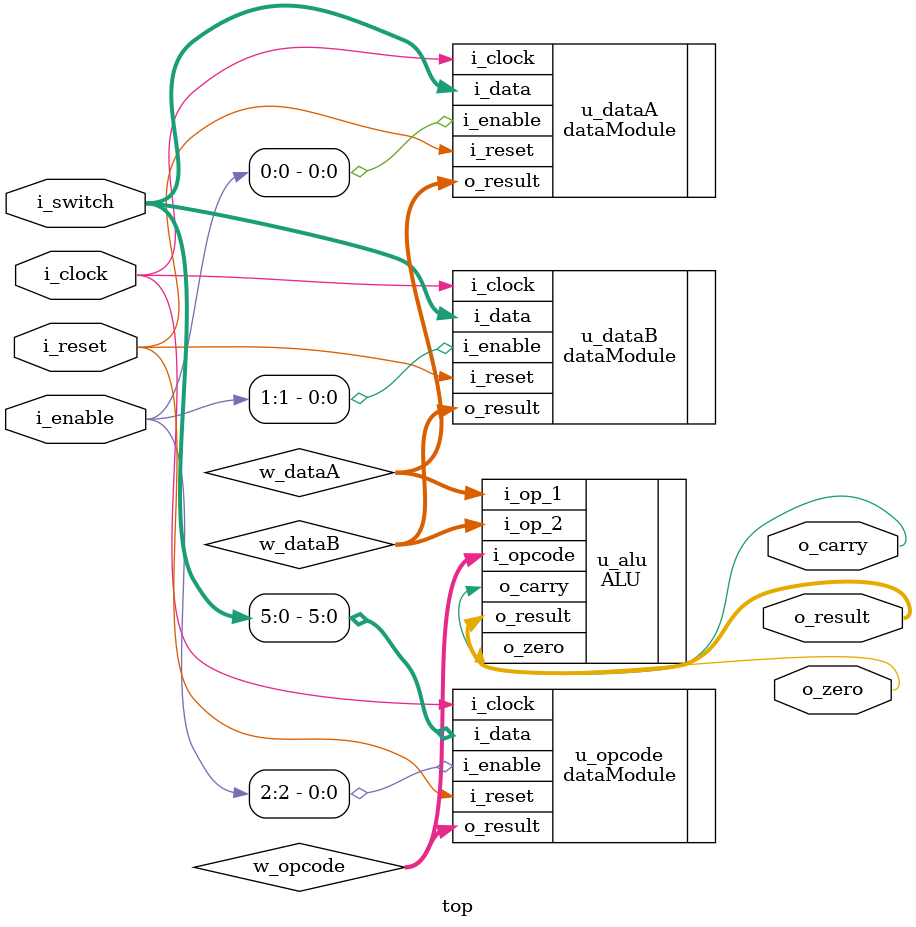
<source format=v>
`timescale 1ns / 1ps

module top
#(
    parameter NB_DATA   = 8,
    parameter NB_OPCODE = 6,
    parameter N_ENABLE  = 3
)
(
    input  wire signed [NB_DATA-1:0] i_switch,
    input  wire [N_ENABLE-1:0]       i_enable,
    input  wire                      i_clock,    
    input  wire                      i_reset,
    output wire signed [NB_DATA-1:0] o_result,
    output wire                      o_carry,
    output wire                      o_zero
);

    // Wires de interconexión
    wire signed [NB_DATA-1:0]   w_dataA;
    wire signed [NB_DATA-1:0]   w_dataB;
    wire        [NB_OPCODE-1:0] w_opcode;

    // Registro A
    dataModule #(.NB_DATA(NB_DATA)) u_dataA (
        .i_data   (i_switch),
        .o_result (w_dataA),
        .i_clock  (i_clock),
        .i_enable (i_enable[0]),
        .i_reset  (i_reset)
    );

    // Registro B
    dataModule #(.NB_DATA(NB_DATA)) u_dataB (
        .i_data   (i_switch),
        .o_result (w_dataB),
        .i_clock  (i_clock),
        .i_enable (i_enable[1]),
        .i_reset  (i_reset)
    );

    // Registro Opcode (6 bits por default)
    dataModule #(.NB_DATA(NB_OPCODE)) u_opcode (
        .i_data   (i_switch[NB_OPCODE-1:0]),
        .o_result (w_opcode),
        .i_clock  (i_clock),
        .i_enable (i_enable[2]),
        .i_reset  (i_reset)
    );

    // ALU
    ALU #(
        .NB_DATA   (NB_DATA),
        .NB_OPCODE (NB_OPCODE)
    ) u_alu (
        .i_op_1   (w_dataA),
        .i_op_2   (w_dataB),             
        .i_opcode (w_opcode),
        .o_result (o_result),
        .o_carry (o_carry),
        .o_zero (o_zero)
    );

endmodule

</source>
